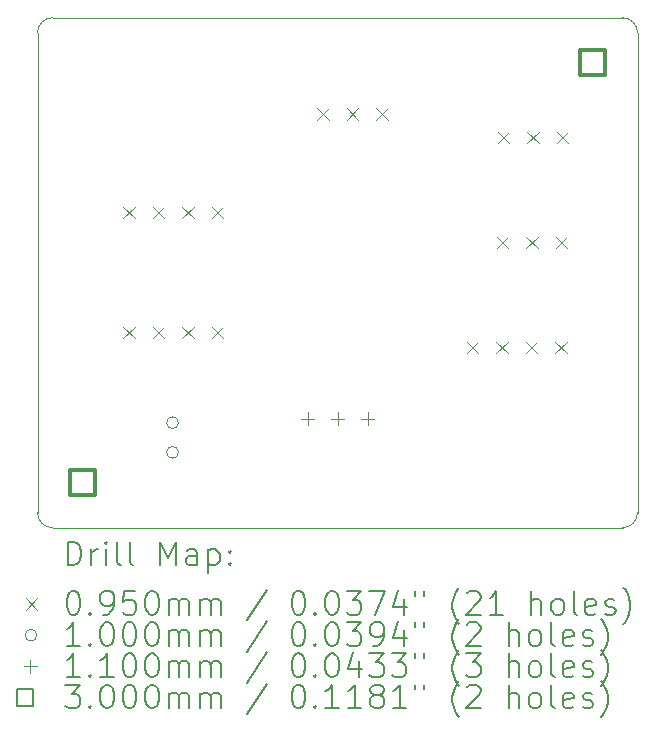
<source format=gbr>
%TF.GenerationSoftware,KiCad,Pcbnew,7.0.9*%
%TF.CreationDate,2024-02-20T12:17:12+01:00*%
%TF.ProjectId,Final_project,46696e61-6c5f-4707-926f-6a6563742e6b,1*%
%TF.SameCoordinates,Original*%
%TF.FileFunction,Drillmap*%
%TF.FilePolarity,Positive*%
%FSLAX45Y45*%
G04 Gerber Fmt 4.5, Leading zero omitted, Abs format (unit mm)*
G04 Created by KiCad (PCBNEW 7.0.9) date 2024-02-20 12:17:12*
%MOMM*%
%LPD*%
G01*
G04 APERTURE LIST*
%ADD10C,0.100000*%
%ADD11C,0.200000*%
%ADD12C,0.110000*%
%ADD13C,0.300000*%
G04 APERTURE END LIST*
D10*
X12954000Y-10160000D02*
G75*
G03*
X12827000Y-10033000I-127000J0D01*
G01*
X7874000Y-10160000D02*
X7874000Y-14224000D01*
X7874000Y-14224000D02*
G75*
G03*
X8001000Y-14351000I127000J0D01*
G01*
X8001000Y-14351000D02*
X12827000Y-14351000D01*
X12827000Y-10033000D02*
X8001000Y-10033000D01*
X12954000Y-14224000D02*
X12954000Y-10160000D01*
X12827000Y-14351000D02*
G75*
G03*
X12954000Y-14224000I0J127000D01*
G01*
X8001000Y-10033000D02*
G75*
G03*
X7874000Y-10160000I0J-127000D01*
G01*
D11*
D10*
X8600500Y-11636500D02*
X8695500Y-11731500D01*
X8695500Y-11636500D02*
X8600500Y-11731500D01*
X8600500Y-12652500D02*
X8695500Y-12747500D01*
X8695500Y-12652500D02*
X8600500Y-12747500D01*
X8850500Y-11636500D02*
X8945500Y-11731500D01*
X8945500Y-11636500D02*
X8850500Y-11731500D01*
X8850500Y-12652500D02*
X8945500Y-12747500D01*
X8945500Y-12652500D02*
X8850500Y-12747500D01*
X9100500Y-11636500D02*
X9195500Y-11731500D01*
X9195500Y-11636500D02*
X9100500Y-11731500D01*
X9100500Y-12652500D02*
X9195500Y-12747500D01*
X9195500Y-12652500D02*
X9100500Y-12747500D01*
X9350500Y-11636500D02*
X9445500Y-11731500D01*
X9445500Y-11636500D02*
X9350500Y-11731500D01*
X9350500Y-12652500D02*
X9445500Y-12747500D01*
X9445500Y-12652500D02*
X9350500Y-12747500D01*
X10243500Y-10800000D02*
X10338500Y-10895000D01*
X10338500Y-10800000D02*
X10243500Y-10895000D01*
X10493500Y-10800000D02*
X10588500Y-10895000D01*
X10588500Y-10800000D02*
X10493500Y-10895000D01*
X10743500Y-10800000D02*
X10838500Y-10895000D01*
X10838500Y-10800000D02*
X10743500Y-10895000D01*
X11509500Y-12779500D02*
X11604500Y-12874500D01*
X11604500Y-12779500D02*
X11509500Y-12874500D01*
X11759500Y-12779500D02*
X11854500Y-12874500D01*
X11854500Y-12779500D02*
X11759500Y-12874500D01*
X11763500Y-11890500D02*
X11858500Y-11985500D01*
X11858500Y-11890500D02*
X11763500Y-11985500D01*
X11771500Y-11001500D02*
X11866500Y-11096500D01*
X11866500Y-11001500D02*
X11771500Y-11096500D01*
X12009500Y-12779500D02*
X12104500Y-12874500D01*
X12104500Y-12779500D02*
X12009500Y-12874500D01*
X12013500Y-11890500D02*
X12108500Y-11985500D01*
X12108500Y-11890500D02*
X12013500Y-11985500D01*
X12021500Y-11001500D02*
X12116500Y-11096500D01*
X12116500Y-11001500D02*
X12021500Y-11096500D01*
X12259500Y-12779500D02*
X12354500Y-12874500D01*
X12354500Y-12779500D02*
X12259500Y-12874500D01*
X12263500Y-11890500D02*
X12358500Y-11985500D01*
X12358500Y-11890500D02*
X12263500Y-11985500D01*
X12271500Y-11001500D02*
X12366500Y-11096500D01*
X12366500Y-11001500D02*
X12271500Y-11096500D01*
X9067000Y-13462000D02*
G75*
G03*
X9067000Y-13462000I-50000J0D01*
G01*
X9067000Y-13712000D02*
G75*
G03*
X9067000Y-13712000I-50000J0D01*
G01*
D12*
X10160000Y-13374500D02*
X10160000Y-13484500D01*
X10105000Y-13429500D02*
X10215000Y-13429500D01*
X10414000Y-13374500D02*
X10414000Y-13484500D01*
X10359000Y-13429500D02*
X10469000Y-13429500D01*
X10668000Y-13374500D02*
X10668000Y-13484500D01*
X10613000Y-13429500D02*
X10723000Y-13429500D01*
D13*
X8361067Y-14076067D02*
X8361067Y-13863933D01*
X8148933Y-13863933D01*
X8148933Y-14076067D01*
X8361067Y-14076067D01*
X12679067Y-10520067D02*
X12679067Y-10307933D01*
X12466933Y-10307933D01*
X12466933Y-10520067D01*
X12679067Y-10520067D01*
D11*
X8129777Y-14667484D02*
X8129777Y-14467484D01*
X8129777Y-14467484D02*
X8177396Y-14467484D01*
X8177396Y-14467484D02*
X8205967Y-14477008D01*
X8205967Y-14477008D02*
X8225015Y-14496055D01*
X8225015Y-14496055D02*
X8234539Y-14515103D01*
X8234539Y-14515103D02*
X8244062Y-14553198D01*
X8244062Y-14553198D02*
X8244062Y-14581769D01*
X8244062Y-14581769D02*
X8234539Y-14619865D01*
X8234539Y-14619865D02*
X8225015Y-14638912D01*
X8225015Y-14638912D02*
X8205967Y-14657960D01*
X8205967Y-14657960D02*
X8177396Y-14667484D01*
X8177396Y-14667484D02*
X8129777Y-14667484D01*
X8329777Y-14667484D02*
X8329777Y-14534150D01*
X8329777Y-14572246D02*
X8339301Y-14553198D01*
X8339301Y-14553198D02*
X8348824Y-14543674D01*
X8348824Y-14543674D02*
X8367872Y-14534150D01*
X8367872Y-14534150D02*
X8386920Y-14534150D01*
X8453586Y-14667484D02*
X8453586Y-14534150D01*
X8453586Y-14467484D02*
X8444063Y-14477008D01*
X8444063Y-14477008D02*
X8453586Y-14486531D01*
X8453586Y-14486531D02*
X8463110Y-14477008D01*
X8463110Y-14477008D02*
X8453586Y-14467484D01*
X8453586Y-14467484D02*
X8453586Y-14486531D01*
X8577396Y-14667484D02*
X8558348Y-14657960D01*
X8558348Y-14657960D02*
X8548824Y-14638912D01*
X8548824Y-14638912D02*
X8548824Y-14467484D01*
X8682158Y-14667484D02*
X8663110Y-14657960D01*
X8663110Y-14657960D02*
X8653586Y-14638912D01*
X8653586Y-14638912D02*
X8653586Y-14467484D01*
X8910729Y-14667484D02*
X8910729Y-14467484D01*
X8910729Y-14467484D02*
X8977396Y-14610341D01*
X8977396Y-14610341D02*
X9044063Y-14467484D01*
X9044063Y-14467484D02*
X9044063Y-14667484D01*
X9225015Y-14667484D02*
X9225015Y-14562722D01*
X9225015Y-14562722D02*
X9215491Y-14543674D01*
X9215491Y-14543674D02*
X9196444Y-14534150D01*
X9196444Y-14534150D02*
X9158348Y-14534150D01*
X9158348Y-14534150D02*
X9139301Y-14543674D01*
X9225015Y-14657960D02*
X9205967Y-14667484D01*
X9205967Y-14667484D02*
X9158348Y-14667484D01*
X9158348Y-14667484D02*
X9139301Y-14657960D01*
X9139301Y-14657960D02*
X9129777Y-14638912D01*
X9129777Y-14638912D02*
X9129777Y-14619865D01*
X9129777Y-14619865D02*
X9139301Y-14600817D01*
X9139301Y-14600817D02*
X9158348Y-14591293D01*
X9158348Y-14591293D02*
X9205967Y-14591293D01*
X9205967Y-14591293D02*
X9225015Y-14581769D01*
X9320253Y-14534150D02*
X9320253Y-14734150D01*
X9320253Y-14543674D02*
X9339301Y-14534150D01*
X9339301Y-14534150D02*
X9377396Y-14534150D01*
X9377396Y-14534150D02*
X9396444Y-14543674D01*
X9396444Y-14543674D02*
X9405967Y-14553198D01*
X9405967Y-14553198D02*
X9415491Y-14572246D01*
X9415491Y-14572246D02*
X9415491Y-14629388D01*
X9415491Y-14629388D02*
X9405967Y-14648436D01*
X9405967Y-14648436D02*
X9396444Y-14657960D01*
X9396444Y-14657960D02*
X9377396Y-14667484D01*
X9377396Y-14667484D02*
X9339301Y-14667484D01*
X9339301Y-14667484D02*
X9320253Y-14657960D01*
X9501205Y-14648436D02*
X9510729Y-14657960D01*
X9510729Y-14657960D02*
X9501205Y-14667484D01*
X9501205Y-14667484D02*
X9491682Y-14657960D01*
X9491682Y-14657960D02*
X9501205Y-14648436D01*
X9501205Y-14648436D02*
X9501205Y-14667484D01*
X9501205Y-14543674D02*
X9510729Y-14553198D01*
X9510729Y-14553198D02*
X9501205Y-14562722D01*
X9501205Y-14562722D02*
X9491682Y-14553198D01*
X9491682Y-14553198D02*
X9501205Y-14543674D01*
X9501205Y-14543674D02*
X9501205Y-14562722D01*
D10*
X7774000Y-14948500D02*
X7869000Y-15043500D01*
X7869000Y-14948500D02*
X7774000Y-15043500D01*
D11*
X8167872Y-14887484D02*
X8186920Y-14887484D01*
X8186920Y-14887484D02*
X8205967Y-14897008D01*
X8205967Y-14897008D02*
X8215491Y-14906531D01*
X8215491Y-14906531D02*
X8225015Y-14925579D01*
X8225015Y-14925579D02*
X8234539Y-14963674D01*
X8234539Y-14963674D02*
X8234539Y-15011293D01*
X8234539Y-15011293D02*
X8225015Y-15049388D01*
X8225015Y-15049388D02*
X8215491Y-15068436D01*
X8215491Y-15068436D02*
X8205967Y-15077960D01*
X8205967Y-15077960D02*
X8186920Y-15087484D01*
X8186920Y-15087484D02*
X8167872Y-15087484D01*
X8167872Y-15087484D02*
X8148824Y-15077960D01*
X8148824Y-15077960D02*
X8139301Y-15068436D01*
X8139301Y-15068436D02*
X8129777Y-15049388D01*
X8129777Y-15049388D02*
X8120253Y-15011293D01*
X8120253Y-15011293D02*
X8120253Y-14963674D01*
X8120253Y-14963674D02*
X8129777Y-14925579D01*
X8129777Y-14925579D02*
X8139301Y-14906531D01*
X8139301Y-14906531D02*
X8148824Y-14897008D01*
X8148824Y-14897008D02*
X8167872Y-14887484D01*
X8320253Y-15068436D02*
X8329777Y-15077960D01*
X8329777Y-15077960D02*
X8320253Y-15087484D01*
X8320253Y-15087484D02*
X8310729Y-15077960D01*
X8310729Y-15077960D02*
X8320253Y-15068436D01*
X8320253Y-15068436D02*
X8320253Y-15087484D01*
X8425015Y-15087484D02*
X8463110Y-15087484D01*
X8463110Y-15087484D02*
X8482158Y-15077960D01*
X8482158Y-15077960D02*
X8491682Y-15068436D01*
X8491682Y-15068436D02*
X8510729Y-15039865D01*
X8510729Y-15039865D02*
X8520253Y-15001769D01*
X8520253Y-15001769D02*
X8520253Y-14925579D01*
X8520253Y-14925579D02*
X8510729Y-14906531D01*
X8510729Y-14906531D02*
X8501205Y-14897008D01*
X8501205Y-14897008D02*
X8482158Y-14887484D01*
X8482158Y-14887484D02*
X8444063Y-14887484D01*
X8444063Y-14887484D02*
X8425015Y-14897008D01*
X8425015Y-14897008D02*
X8415491Y-14906531D01*
X8415491Y-14906531D02*
X8405967Y-14925579D01*
X8405967Y-14925579D02*
X8405967Y-14973198D01*
X8405967Y-14973198D02*
X8415491Y-14992246D01*
X8415491Y-14992246D02*
X8425015Y-15001769D01*
X8425015Y-15001769D02*
X8444063Y-15011293D01*
X8444063Y-15011293D02*
X8482158Y-15011293D01*
X8482158Y-15011293D02*
X8501205Y-15001769D01*
X8501205Y-15001769D02*
X8510729Y-14992246D01*
X8510729Y-14992246D02*
X8520253Y-14973198D01*
X8701205Y-14887484D02*
X8605967Y-14887484D01*
X8605967Y-14887484D02*
X8596444Y-14982722D01*
X8596444Y-14982722D02*
X8605967Y-14973198D01*
X8605967Y-14973198D02*
X8625015Y-14963674D01*
X8625015Y-14963674D02*
X8672634Y-14963674D01*
X8672634Y-14963674D02*
X8691682Y-14973198D01*
X8691682Y-14973198D02*
X8701205Y-14982722D01*
X8701205Y-14982722D02*
X8710729Y-15001769D01*
X8710729Y-15001769D02*
X8710729Y-15049388D01*
X8710729Y-15049388D02*
X8701205Y-15068436D01*
X8701205Y-15068436D02*
X8691682Y-15077960D01*
X8691682Y-15077960D02*
X8672634Y-15087484D01*
X8672634Y-15087484D02*
X8625015Y-15087484D01*
X8625015Y-15087484D02*
X8605967Y-15077960D01*
X8605967Y-15077960D02*
X8596444Y-15068436D01*
X8834539Y-14887484D02*
X8853586Y-14887484D01*
X8853586Y-14887484D02*
X8872634Y-14897008D01*
X8872634Y-14897008D02*
X8882158Y-14906531D01*
X8882158Y-14906531D02*
X8891682Y-14925579D01*
X8891682Y-14925579D02*
X8901205Y-14963674D01*
X8901205Y-14963674D02*
X8901205Y-15011293D01*
X8901205Y-15011293D02*
X8891682Y-15049388D01*
X8891682Y-15049388D02*
X8882158Y-15068436D01*
X8882158Y-15068436D02*
X8872634Y-15077960D01*
X8872634Y-15077960D02*
X8853586Y-15087484D01*
X8853586Y-15087484D02*
X8834539Y-15087484D01*
X8834539Y-15087484D02*
X8815491Y-15077960D01*
X8815491Y-15077960D02*
X8805967Y-15068436D01*
X8805967Y-15068436D02*
X8796444Y-15049388D01*
X8796444Y-15049388D02*
X8786920Y-15011293D01*
X8786920Y-15011293D02*
X8786920Y-14963674D01*
X8786920Y-14963674D02*
X8796444Y-14925579D01*
X8796444Y-14925579D02*
X8805967Y-14906531D01*
X8805967Y-14906531D02*
X8815491Y-14897008D01*
X8815491Y-14897008D02*
X8834539Y-14887484D01*
X8986920Y-15087484D02*
X8986920Y-14954150D01*
X8986920Y-14973198D02*
X8996444Y-14963674D01*
X8996444Y-14963674D02*
X9015491Y-14954150D01*
X9015491Y-14954150D02*
X9044063Y-14954150D01*
X9044063Y-14954150D02*
X9063110Y-14963674D01*
X9063110Y-14963674D02*
X9072634Y-14982722D01*
X9072634Y-14982722D02*
X9072634Y-15087484D01*
X9072634Y-14982722D02*
X9082158Y-14963674D01*
X9082158Y-14963674D02*
X9101205Y-14954150D01*
X9101205Y-14954150D02*
X9129777Y-14954150D01*
X9129777Y-14954150D02*
X9148825Y-14963674D01*
X9148825Y-14963674D02*
X9158348Y-14982722D01*
X9158348Y-14982722D02*
X9158348Y-15087484D01*
X9253586Y-15087484D02*
X9253586Y-14954150D01*
X9253586Y-14973198D02*
X9263110Y-14963674D01*
X9263110Y-14963674D02*
X9282158Y-14954150D01*
X9282158Y-14954150D02*
X9310729Y-14954150D01*
X9310729Y-14954150D02*
X9329777Y-14963674D01*
X9329777Y-14963674D02*
X9339301Y-14982722D01*
X9339301Y-14982722D02*
X9339301Y-15087484D01*
X9339301Y-14982722D02*
X9348825Y-14963674D01*
X9348825Y-14963674D02*
X9367872Y-14954150D01*
X9367872Y-14954150D02*
X9396444Y-14954150D01*
X9396444Y-14954150D02*
X9415491Y-14963674D01*
X9415491Y-14963674D02*
X9425015Y-14982722D01*
X9425015Y-14982722D02*
X9425015Y-15087484D01*
X9815491Y-14877960D02*
X9644063Y-15135103D01*
X10072634Y-14887484D02*
X10091682Y-14887484D01*
X10091682Y-14887484D02*
X10110729Y-14897008D01*
X10110729Y-14897008D02*
X10120253Y-14906531D01*
X10120253Y-14906531D02*
X10129777Y-14925579D01*
X10129777Y-14925579D02*
X10139301Y-14963674D01*
X10139301Y-14963674D02*
X10139301Y-15011293D01*
X10139301Y-15011293D02*
X10129777Y-15049388D01*
X10129777Y-15049388D02*
X10120253Y-15068436D01*
X10120253Y-15068436D02*
X10110729Y-15077960D01*
X10110729Y-15077960D02*
X10091682Y-15087484D01*
X10091682Y-15087484D02*
X10072634Y-15087484D01*
X10072634Y-15087484D02*
X10053587Y-15077960D01*
X10053587Y-15077960D02*
X10044063Y-15068436D01*
X10044063Y-15068436D02*
X10034539Y-15049388D01*
X10034539Y-15049388D02*
X10025015Y-15011293D01*
X10025015Y-15011293D02*
X10025015Y-14963674D01*
X10025015Y-14963674D02*
X10034539Y-14925579D01*
X10034539Y-14925579D02*
X10044063Y-14906531D01*
X10044063Y-14906531D02*
X10053587Y-14897008D01*
X10053587Y-14897008D02*
X10072634Y-14887484D01*
X10225015Y-15068436D02*
X10234539Y-15077960D01*
X10234539Y-15077960D02*
X10225015Y-15087484D01*
X10225015Y-15087484D02*
X10215491Y-15077960D01*
X10215491Y-15077960D02*
X10225015Y-15068436D01*
X10225015Y-15068436D02*
X10225015Y-15087484D01*
X10358348Y-14887484D02*
X10377396Y-14887484D01*
X10377396Y-14887484D02*
X10396444Y-14897008D01*
X10396444Y-14897008D02*
X10405968Y-14906531D01*
X10405968Y-14906531D02*
X10415491Y-14925579D01*
X10415491Y-14925579D02*
X10425015Y-14963674D01*
X10425015Y-14963674D02*
X10425015Y-15011293D01*
X10425015Y-15011293D02*
X10415491Y-15049388D01*
X10415491Y-15049388D02*
X10405968Y-15068436D01*
X10405968Y-15068436D02*
X10396444Y-15077960D01*
X10396444Y-15077960D02*
X10377396Y-15087484D01*
X10377396Y-15087484D02*
X10358348Y-15087484D01*
X10358348Y-15087484D02*
X10339301Y-15077960D01*
X10339301Y-15077960D02*
X10329777Y-15068436D01*
X10329777Y-15068436D02*
X10320253Y-15049388D01*
X10320253Y-15049388D02*
X10310729Y-15011293D01*
X10310729Y-15011293D02*
X10310729Y-14963674D01*
X10310729Y-14963674D02*
X10320253Y-14925579D01*
X10320253Y-14925579D02*
X10329777Y-14906531D01*
X10329777Y-14906531D02*
X10339301Y-14897008D01*
X10339301Y-14897008D02*
X10358348Y-14887484D01*
X10491682Y-14887484D02*
X10615491Y-14887484D01*
X10615491Y-14887484D02*
X10548825Y-14963674D01*
X10548825Y-14963674D02*
X10577396Y-14963674D01*
X10577396Y-14963674D02*
X10596444Y-14973198D01*
X10596444Y-14973198D02*
X10605968Y-14982722D01*
X10605968Y-14982722D02*
X10615491Y-15001769D01*
X10615491Y-15001769D02*
X10615491Y-15049388D01*
X10615491Y-15049388D02*
X10605968Y-15068436D01*
X10605968Y-15068436D02*
X10596444Y-15077960D01*
X10596444Y-15077960D02*
X10577396Y-15087484D01*
X10577396Y-15087484D02*
X10520253Y-15087484D01*
X10520253Y-15087484D02*
X10501206Y-15077960D01*
X10501206Y-15077960D02*
X10491682Y-15068436D01*
X10682158Y-14887484D02*
X10815491Y-14887484D01*
X10815491Y-14887484D02*
X10729777Y-15087484D01*
X10977396Y-14954150D02*
X10977396Y-15087484D01*
X10929777Y-14877960D02*
X10882158Y-15020817D01*
X10882158Y-15020817D02*
X11005968Y-15020817D01*
X11072634Y-14887484D02*
X11072634Y-14925579D01*
X11148825Y-14887484D02*
X11148825Y-14925579D01*
X11444063Y-15163674D02*
X11434539Y-15154150D01*
X11434539Y-15154150D02*
X11415491Y-15125579D01*
X11415491Y-15125579D02*
X11405968Y-15106531D01*
X11405968Y-15106531D02*
X11396444Y-15077960D01*
X11396444Y-15077960D02*
X11386920Y-15030341D01*
X11386920Y-15030341D02*
X11386920Y-14992246D01*
X11386920Y-14992246D02*
X11396444Y-14944627D01*
X11396444Y-14944627D02*
X11405968Y-14916055D01*
X11405968Y-14916055D02*
X11415491Y-14897008D01*
X11415491Y-14897008D02*
X11434539Y-14868436D01*
X11434539Y-14868436D02*
X11444063Y-14858912D01*
X11510729Y-14906531D02*
X11520253Y-14897008D01*
X11520253Y-14897008D02*
X11539301Y-14887484D01*
X11539301Y-14887484D02*
X11586920Y-14887484D01*
X11586920Y-14887484D02*
X11605968Y-14897008D01*
X11605968Y-14897008D02*
X11615491Y-14906531D01*
X11615491Y-14906531D02*
X11625015Y-14925579D01*
X11625015Y-14925579D02*
X11625015Y-14944627D01*
X11625015Y-14944627D02*
X11615491Y-14973198D01*
X11615491Y-14973198D02*
X11501206Y-15087484D01*
X11501206Y-15087484D02*
X11625015Y-15087484D01*
X11815491Y-15087484D02*
X11701206Y-15087484D01*
X11758348Y-15087484D02*
X11758348Y-14887484D01*
X11758348Y-14887484D02*
X11739301Y-14916055D01*
X11739301Y-14916055D02*
X11720253Y-14935103D01*
X11720253Y-14935103D02*
X11701206Y-14944627D01*
X12053587Y-15087484D02*
X12053587Y-14887484D01*
X12139301Y-15087484D02*
X12139301Y-14982722D01*
X12139301Y-14982722D02*
X12129777Y-14963674D01*
X12129777Y-14963674D02*
X12110730Y-14954150D01*
X12110730Y-14954150D02*
X12082158Y-14954150D01*
X12082158Y-14954150D02*
X12063110Y-14963674D01*
X12063110Y-14963674D02*
X12053587Y-14973198D01*
X12263110Y-15087484D02*
X12244063Y-15077960D01*
X12244063Y-15077960D02*
X12234539Y-15068436D01*
X12234539Y-15068436D02*
X12225015Y-15049388D01*
X12225015Y-15049388D02*
X12225015Y-14992246D01*
X12225015Y-14992246D02*
X12234539Y-14973198D01*
X12234539Y-14973198D02*
X12244063Y-14963674D01*
X12244063Y-14963674D02*
X12263110Y-14954150D01*
X12263110Y-14954150D02*
X12291682Y-14954150D01*
X12291682Y-14954150D02*
X12310730Y-14963674D01*
X12310730Y-14963674D02*
X12320253Y-14973198D01*
X12320253Y-14973198D02*
X12329777Y-14992246D01*
X12329777Y-14992246D02*
X12329777Y-15049388D01*
X12329777Y-15049388D02*
X12320253Y-15068436D01*
X12320253Y-15068436D02*
X12310730Y-15077960D01*
X12310730Y-15077960D02*
X12291682Y-15087484D01*
X12291682Y-15087484D02*
X12263110Y-15087484D01*
X12444063Y-15087484D02*
X12425015Y-15077960D01*
X12425015Y-15077960D02*
X12415491Y-15058912D01*
X12415491Y-15058912D02*
X12415491Y-14887484D01*
X12596444Y-15077960D02*
X12577396Y-15087484D01*
X12577396Y-15087484D02*
X12539301Y-15087484D01*
X12539301Y-15087484D02*
X12520253Y-15077960D01*
X12520253Y-15077960D02*
X12510730Y-15058912D01*
X12510730Y-15058912D02*
X12510730Y-14982722D01*
X12510730Y-14982722D02*
X12520253Y-14963674D01*
X12520253Y-14963674D02*
X12539301Y-14954150D01*
X12539301Y-14954150D02*
X12577396Y-14954150D01*
X12577396Y-14954150D02*
X12596444Y-14963674D01*
X12596444Y-14963674D02*
X12605968Y-14982722D01*
X12605968Y-14982722D02*
X12605968Y-15001769D01*
X12605968Y-15001769D02*
X12510730Y-15020817D01*
X12682158Y-15077960D02*
X12701206Y-15087484D01*
X12701206Y-15087484D02*
X12739301Y-15087484D01*
X12739301Y-15087484D02*
X12758349Y-15077960D01*
X12758349Y-15077960D02*
X12767872Y-15058912D01*
X12767872Y-15058912D02*
X12767872Y-15049388D01*
X12767872Y-15049388D02*
X12758349Y-15030341D01*
X12758349Y-15030341D02*
X12739301Y-15020817D01*
X12739301Y-15020817D02*
X12710730Y-15020817D01*
X12710730Y-15020817D02*
X12691682Y-15011293D01*
X12691682Y-15011293D02*
X12682158Y-14992246D01*
X12682158Y-14992246D02*
X12682158Y-14982722D01*
X12682158Y-14982722D02*
X12691682Y-14963674D01*
X12691682Y-14963674D02*
X12710730Y-14954150D01*
X12710730Y-14954150D02*
X12739301Y-14954150D01*
X12739301Y-14954150D02*
X12758349Y-14963674D01*
X12834539Y-15163674D02*
X12844063Y-15154150D01*
X12844063Y-15154150D02*
X12863111Y-15125579D01*
X12863111Y-15125579D02*
X12872634Y-15106531D01*
X12872634Y-15106531D02*
X12882158Y-15077960D01*
X12882158Y-15077960D02*
X12891682Y-15030341D01*
X12891682Y-15030341D02*
X12891682Y-14992246D01*
X12891682Y-14992246D02*
X12882158Y-14944627D01*
X12882158Y-14944627D02*
X12872634Y-14916055D01*
X12872634Y-14916055D02*
X12863111Y-14897008D01*
X12863111Y-14897008D02*
X12844063Y-14868436D01*
X12844063Y-14868436D02*
X12834539Y-14858912D01*
D10*
X7869000Y-15260000D02*
G75*
G03*
X7869000Y-15260000I-50000J0D01*
G01*
D11*
X8234539Y-15351484D02*
X8120253Y-15351484D01*
X8177396Y-15351484D02*
X8177396Y-15151484D01*
X8177396Y-15151484D02*
X8158348Y-15180055D01*
X8158348Y-15180055D02*
X8139301Y-15199103D01*
X8139301Y-15199103D02*
X8120253Y-15208627D01*
X8320253Y-15332436D02*
X8329777Y-15341960D01*
X8329777Y-15341960D02*
X8320253Y-15351484D01*
X8320253Y-15351484D02*
X8310729Y-15341960D01*
X8310729Y-15341960D02*
X8320253Y-15332436D01*
X8320253Y-15332436D02*
X8320253Y-15351484D01*
X8453586Y-15151484D02*
X8472634Y-15151484D01*
X8472634Y-15151484D02*
X8491682Y-15161008D01*
X8491682Y-15161008D02*
X8501205Y-15170531D01*
X8501205Y-15170531D02*
X8510729Y-15189579D01*
X8510729Y-15189579D02*
X8520253Y-15227674D01*
X8520253Y-15227674D02*
X8520253Y-15275293D01*
X8520253Y-15275293D02*
X8510729Y-15313388D01*
X8510729Y-15313388D02*
X8501205Y-15332436D01*
X8501205Y-15332436D02*
X8491682Y-15341960D01*
X8491682Y-15341960D02*
X8472634Y-15351484D01*
X8472634Y-15351484D02*
X8453586Y-15351484D01*
X8453586Y-15351484D02*
X8434539Y-15341960D01*
X8434539Y-15341960D02*
X8425015Y-15332436D01*
X8425015Y-15332436D02*
X8415491Y-15313388D01*
X8415491Y-15313388D02*
X8405967Y-15275293D01*
X8405967Y-15275293D02*
X8405967Y-15227674D01*
X8405967Y-15227674D02*
X8415491Y-15189579D01*
X8415491Y-15189579D02*
X8425015Y-15170531D01*
X8425015Y-15170531D02*
X8434539Y-15161008D01*
X8434539Y-15161008D02*
X8453586Y-15151484D01*
X8644063Y-15151484D02*
X8663110Y-15151484D01*
X8663110Y-15151484D02*
X8682158Y-15161008D01*
X8682158Y-15161008D02*
X8691682Y-15170531D01*
X8691682Y-15170531D02*
X8701205Y-15189579D01*
X8701205Y-15189579D02*
X8710729Y-15227674D01*
X8710729Y-15227674D02*
X8710729Y-15275293D01*
X8710729Y-15275293D02*
X8701205Y-15313388D01*
X8701205Y-15313388D02*
X8691682Y-15332436D01*
X8691682Y-15332436D02*
X8682158Y-15341960D01*
X8682158Y-15341960D02*
X8663110Y-15351484D01*
X8663110Y-15351484D02*
X8644063Y-15351484D01*
X8644063Y-15351484D02*
X8625015Y-15341960D01*
X8625015Y-15341960D02*
X8615491Y-15332436D01*
X8615491Y-15332436D02*
X8605967Y-15313388D01*
X8605967Y-15313388D02*
X8596444Y-15275293D01*
X8596444Y-15275293D02*
X8596444Y-15227674D01*
X8596444Y-15227674D02*
X8605967Y-15189579D01*
X8605967Y-15189579D02*
X8615491Y-15170531D01*
X8615491Y-15170531D02*
X8625015Y-15161008D01*
X8625015Y-15161008D02*
X8644063Y-15151484D01*
X8834539Y-15151484D02*
X8853586Y-15151484D01*
X8853586Y-15151484D02*
X8872634Y-15161008D01*
X8872634Y-15161008D02*
X8882158Y-15170531D01*
X8882158Y-15170531D02*
X8891682Y-15189579D01*
X8891682Y-15189579D02*
X8901205Y-15227674D01*
X8901205Y-15227674D02*
X8901205Y-15275293D01*
X8901205Y-15275293D02*
X8891682Y-15313388D01*
X8891682Y-15313388D02*
X8882158Y-15332436D01*
X8882158Y-15332436D02*
X8872634Y-15341960D01*
X8872634Y-15341960D02*
X8853586Y-15351484D01*
X8853586Y-15351484D02*
X8834539Y-15351484D01*
X8834539Y-15351484D02*
X8815491Y-15341960D01*
X8815491Y-15341960D02*
X8805967Y-15332436D01*
X8805967Y-15332436D02*
X8796444Y-15313388D01*
X8796444Y-15313388D02*
X8786920Y-15275293D01*
X8786920Y-15275293D02*
X8786920Y-15227674D01*
X8786920Y-15227674D02*
X8796444Y-15189579D01*
X8796444Y-15189579D02*
X8805967Y-15170531D01*
X8805967Y-15170531D02*
X8815491Y-15161008D01*
X8815491Y-15161008D02*
X8834539Y-15151484D01*
X8986920Y-15351484D02*
X8986920Y-15218150D01*
X8986920Y-15237198D02*
X8996444Y-15227674D01*
X8996444Y-15227674D02*
X9015491Y-15218150D01*
X9015491Y-15218150D02*
X9044063Y-15218150D01*
X9044063Y-15218150D02*
X9063110Y-15227674D01*
X9063110Y-15227674D02*
X9072634Y-15246722D01*
X9072634Y-15246722D02*
X9072634Y-15351484D01*
X9072634Y-15246722D02*
X9082158Y-15227674D01*
X9082158Y-15227674D02*
X9101205Y-15218150D01*
X9101205Y-15218150D02*
X9129777Y-15218150D01*
X9129777Y-15218150D02*
X9148825Y-15227674D01*
X9148825Y-15227674D02*
X9158348Y-15246722D01*
X9158348Y-15246722D02*
X9158348Y-15351484D01*
X9253586Y-15351484D02*
X9253586Y-15218150D01*
X9253586Y-15237198D02*
X9263110Y-15227674D01*
X9263110Y-15227674D02*
X9282158Y-15218150D01*
X9282158Y-15218150D02*
X9310729Y-15218150D01*
X9310729Y-15218150D02*
X9329777Y-15227674D01*
X9329777Y-15227674D02*
X9339301Y-15246722D01*
X9339301Y-15246722D02*
X9339301Y-15351484D01*
X9339301Y-15246722D02*
X9348825Y-15227674D01*
X9348825Y-15227674D02*
X9367872Y-15218150D01*
X9367872Y-15218150D02*
X9396444Y-15218150D01*
X9396444Y-15218150D02*
X9415491Y-15227674D01*
X9415491Y-15227674D02*
X9425015Y-15246722D01*
X9425015Y-15246722D02*
X9425015Y-15351484D01*
X9815491Y-15141960D02*
X9644063Y-15399103D01*
X10072634Y-15151484D02*
X10091682Y-15151484D01*
X10091682Y-15151484D02*
X10110729Y-15161008D01*
X10110729Y-15161008D02*
X10120253Y-15170531D01*
X10120253Y-15170531D02*
X10129777Y-15189579D01*
X10129777Y-15189579D02*
X10139301Y-15227674D01*
X10139301Y-15227674D02*
X10139301Y-15275293D01*
X10139301Y-15275293D02*
X10129777Y-15313388D01*
X10129777Y-15313388D02*
X10120253Y-15332436D01*
X10120253Y-15332436D02*
X10110729Y-15341960D01*
X10110729Y-15341960D02*
X10091682Y-15351484D01*
X10091682Y-15351484D02*
X10072634Y-15351484D01*
X10072634Y-15351484D02*
X10053587Y-15341960D01*
X10053587Y-15341960D02*
X10044063Y-15332436D01*
X10044063Y-15332436D02*
X10034539Y-15313388D01*
X10034539Y-15313388D02*
X10025015Y-15275293D01*
X10025015Y-15275293D02*
X10025015Y-15227674D01*
X10025015Y-15227674D02*
X10034539Y-15189579D01*
X10034539Y-15189579D02*
X10044063Y-15170531D01*
X10044063Y-15170531D02*
X10053587Y-15161008D01*
X10053587Y-15161008D02*
X10072634Y-15151484D01*
X10225015Y-15332436D02*
X10234539Y-15341960D01*
X10234539Y-15341960D02*
X10225015Y-15351484D01*
X10225015Y-15351484D02*
X10215491Y-15341960D01*
X10215491Y-15341960D02*
X10225015Y-15332436D01*
X10225015Y-15332436D02*
X10225015Y-15351484D01*
X10358348Y-15151484D02*
X10377396Y-15151484D01*
X10377396Y-15151484D02*
X10396444Y-15161008D01*
X10396444Y-15161008D02*
X10405968Y-15170531D01*
X10405968Y-15170531D02*
X10415491Y-15189579D01*
X10415491Y-15189579D02*
X10425015Y-15227674D01*
X10425015Y-15227674D02*
X10425015Y-15275293D01*
X10425015Y-15275293D02*
X10415491Y-15313388D01*
X10415491Y-15313388D02*
X10405968Y-15332436D01*
X10405968Y-15332436D02*
X10396444Y-15341960D01*
X10396444Y-15341960D02*
X10377396Y-15351484D01*
X10377396Y-15351484D02*
X10358348Y-15351484D01*
X10358348Y-15351484D02*
X10339301Y-15341960D01*
X10339301Y-15341960D02*
X10329777Y-15332436D01*
X10329777Y-15332436D02*
X10320253Y-15313388D01*
X10320253Y-15313388D02*
X10310729Y-15275293D01*
X10310729Y-15275293D02*
X10310729Y-15227674D01*
X10310729Y-15227674D02*
X10320253Y-15189579D01*
X10320253Y-15189579D02*
X10329777Y-15170531D01*
X10329777Y-15170531D02*
X10339301Y-15161008D01*
X10339301Y-15161008D02*
X10358348Y-15151484D01*
X10491682Y-15151484D02*
X10615491Y-15151484D01*
X10615491Y-15151484D02*
X10548825Y-15227674D01*
X10548825Y-15227674D02*
X10577396Y-15227674D01*
X10577396Y-15227674D02*
X10596444Y-15237198D01*
X10596444Y-15237198D02*
X10605968Y-15246722D01*
X10605968Y-15246722D02*
X10615491Y-15265769D01*
X10615491Y-15265769D02*
X10615491Y-15313388D01*
X10615491Y-15313388D02*
X10605968Y-15332436D01*
X10605968Y-15332436D02*
X10596444Y-15341960D01*
X10596444Y-15341960D02*
X10577396Y-15351484D01*
X10577396Y-15351484D02*
X10520253Y-15351484D01*
X10520253Y-15351484D02*
X10501206Y-15341960D01*
X10501206Y-15341960D02*
X10491682Y-15332436D01*
X10710729Y-15351484D02*
X10748825Y-15351484D01*
X10748825Y-15351484D02*
X10767872Y-15341960D01*
X10767872Y-15341960D02*
X10777396Y-15332436D01*
X10777396Y-15332436D02*
X10796444Y-15303865D01*
X10796444Y-15303865D02*
X10805968Y-15265769D01*
X10805968Y-15265769D02*
X10805968Y-15189579D01*
X10805968Y-15189579D02*
X10796444Y-15170531D01*
X10796444Y-15170531D02*
X10786920Y-15161008D01*
X10786920Y-15161008D02*
X10767872Y-15151484D01*
X10767872Y-15151484D02*
X10729777Y-15151484D01*
X10729777Y-15151484D02*
X10710729Y-15161008D01*
X10710729Y-15161008D02*
X10701206Y-15170531D01*
X10701206Y-15170531D02*
X10691682Y-15189579D01*
X10691682Y-15189579D02*
X10691682Y-15237198D01*
X10691682Y-15237198D02*
X10701206Y-15256246D01*
X10701206Y-15256246D02*
X10710729Y-15265769D01*
X10710729Y-15265769D02*
X10729777Y-15275293D01*
X10729777Y-15275293D02*
X10767872Y-15275293D01*
X10767872Y-15275293D02*
X10786920Y-15265769D01*
X10786920Y-15265769D02*
X10796444Y-15256246D01*
X10796444Y-15256246D02*
X10805968Y-15237198D01*
X10977396Y-15218150D02*
X10977396Y-15351484D01*
X10929777Y-15141960D02*
X10882158Y-15284817D01*
X10882158Y-15284817D02*
X11005968Y-15284817D01*
X11072634Y-15151484D02*
X11072634Y-15189579D01*
X11148825Y-15151484D02*
X11148825Y-15189579D01*
X11444063Y-15427674D02*
X11434539Y-15418150D01*
X11434539Y-15418150D02*
X11415491Y-15389579D01*
X11415491Y-15389579D02*
X11405968Y-15370531D01*
X11405968Y-15370531D02*
X11396444Y-15341960D01*
X11396444Y-15341960D02*
X11386920Y-15294341D01*
X11386920Y-15294341D02*
X11386920Y-15256246D01*
X11386920Y-15256246D02*
X11396444Y-15208627D01*
X11396444Y-15208627D02*
X11405968Y-15180055D01*
X11405968Y-15180055D02*
X11415491Y-15161008D01*
X11415491Y-15161008D02*
X11434539Y-15132436D01*
X11434539Y-15132436D02*
X11444063Y-15122912D01*
X11510729Y-15170531D02*
X11520253Y-15161008D01*
X11520253Y-15161008D02*
X11539301Y-15151484D01*
X11539301Y-15151484D02*
X11586920Y-15151484D01*
X11586920Y-15151484D02*
X11605968Y-15161008D01*
X11605968Y-15161008D02*
X11615491Y-15170531D01*
X11615491Y-15170531D02*
X11625015Y-15189579D01*
X11625015Y-15189579D02*
X11625015Y-15208627D01*
X11625015Y-15208627D02*
X11615491Y-15237198D01*
X11615491Y-15237198D02*
X11501206Y-15351484D01*
X11501206Y-15351484D02*
X11625015Y-15351484D01*
X11863110Y-15351484D02*
X11863110Y-15151484D01*
X11948825Y-15351484D02*
X11948825Y-15246722D01*
X11948825Y-15246722D02*
X11939301Y-15227674D01*
X11939301Y-15227674D02*
X11920253Y-15218150D01*
X11920253Y-15218150D02*
X11891682Y-15218150D01*
X11891682Y-15218150D02*
X11872634Y-15227674D01*
X11872634Y-15227674D02*
X11863110Y-15237198D01*
X12072634Y-15351484D02*
X12053587Y-15341960D01*
X12053587Y-15341960D02*
X12044063Y-15332436D01*
X12044063Y-15332436D02*
X12034539Y-15313388D01*
X12034539Y-15313388D02*
X12034539Y-15256246D01*
X12034539Y-15256246D02*
X12044063Y-15237198D01*
X12044063Y-15237198D02*
X12053587Y-15227674D01*
X12053587Y-15227674D02*
X12072634Y-15218150D01*
X12072634Y-15218150D02*
X12101206Y-15218150D01*
X12101206Y-15218150D02*
X12120253Y-15227674D01*
X12120253Y-15227674D02*
X12129777Y-15237198D01*
X12129777Y-15237198D02*
X12139301Y-15256246D01*
X12139301Y-15256246D02*
X12139301Y-15313388D01*
X12139301Y-15313388D02*
X12129777Y-15332436D01*
X12129777Y-15332436D02*
X12120253Y-15341960D01*
X12120253Y-15341960D02*
X12101206Y-15351484D01*
X12101206Y-15351484D02*
X12072634Y-15351484D01*
X12253587Y-15351484D02*
X12234539Y-15341960D01*
X12234539Y-15341960D02*
X12225015Y-15322912D01*
X12225015Y-15322912D02*
X12225015Y-15151484D01*
X12405968Y-15341960D02*
X12386920Y-15351484D01*
X12386920Y-15351484D02*
X12348825Y-15351484D01*
X12348825Y-15351484D02*
X12329777Y-15341960D01*
X12329777Y-15341960D02*
X12320253Y-15322912D01*
X12320253Y-15322912D02*
X12320253Y-15246722D01*
X12320253Y-15246722D02*
X12329777Y-15227674D01*
X12329777Y-15227674D02*
X12348825Y-15218150D01*
X12348825Y-15218150D02*
X12386920Y-15218150D01*
X12386920Y-15218150D02*
X12405968Y-15227674D01*
X12405968Y-15227674D02*
X12415491Y-15246722D01*
X12415491Y-15246722D02*
X12415491Y-15265769D01*
X12415491Y-15265769D02*
X12320253Y-15284817D01*
X12491682Y-15341960D02*
X12510730Y-15351484D01*
X12510730Y-15351484D02*
X12548825Y-15351484D01*
X12548825Y-15351484D02*
X12567872Y-15341960D01*
X12567872Y-15341960D02*
X12577396Y-15322912D01*
X12577396Y-15322912D02*
X12577396Y-15313388D01*
X12577396Y-15313388D02*
X12567872Y-15294341D01*
X12567872Y-15294341D02*
X12548825Y-15284817D01*
X12548825Y-15284817D02*
X12520253Y-15284817D01*
X12520253Y-15284817D02*
X12501206Y-15275293D01*
X12501206Y-15275293D02*
X12491682Y-15256246D01*
X12491682Y-15256246D02*
X12491682Y-15246722D01*
X12491682Y-15246722D02*
X12501206Y-15227674D01*
X12501206Y-15227674D02*
X12520253Y-15218150D01*
X12520253Y-15218150D02*
X12548825Y-15218150D01*
X12548825Y-15218150D02*
X12567872Y-15227674D01*
X12644063Y-15427674D02*
X12653587Y-15418150D01*
X12653587Y-15418150D02*
X12672634Y-15389579D01*
X12672634Y-15389579D02*
X12682158Y-15370531D01*
X12682158Y-15370531D02*
X12691682Y-15341960D01*
X12691682Y-15341960D02*
X12701206Y-15294341D01*
X12701206Y-15294341D02*
X12701206Y-15256246D01*
X12701206Y-15256246D02*
X12691682Y-15208627D01*
X12691682Y-15208627D02*
X12682158Y-15180055D01*
X12682158Y-15180055D02*
X12672634Y-15161008D01*
X12672634Y-15161008D02*
X12653587Y-15132436D01*
X12653587Y-15132436D02*
X12644063Y-15122912D01*
D12*
X7814000Y-15469000D02*
X7814000Y-15579000D01*
X7759000Y-15524000D02*
X7869000Y-15524000D01*
D11*
X8234539Y-15615484D02*
X8120253Y-15615484D01*
X8177396Y-15615484D02*
X8177396Y-15415484D01*
X8177396Y-15415484D02*
X8158348Y-15444055D01*
X8158348Y-15444055D02*
X8139301Y-15463103D01*
X8139301Y-15463103D02*
X8120253Y-15472627D01*
X8320253Y-15596436D02*
X8329777Y-15605960D01*
X8329777Y-15605960D02*
X8320253Y-15615484D01*
X8320253Y-15615484D02*
X8310729Y-15605960D01*
X8310729Y-15605960D02*
X8320253Y-15596436D01*
X8320253Y-15596436D02*
X8320253Y-15615484D01*
X8520253Y-15615484D02*
X8405967Y-15615484D01*
X8463110Y-15615484D02*
X8463110Y-15415484D01*
X8463110Y-15415484D02*
X8444063Y-15444055D01*
X8444063Y-15444055D02*
X8425015Y-15463103D01*
X8425015Y-15463103D02*
X8405967Y-15472627D01*
X8644063Y-15415484D02*
X8663110Y-15415484D01*
X8663110Y-15415484D02*
X8682158Y-15425008D01*
X8682158Y-15425008D02*
X8691682Y-15434531D01*
X8691682Y-15434531D02*
X8701205Y-15453579D01*
X8701205Y-15453579D02*
X8710729Y-15491674D01*
X8710729Y-15491674D02*
X8710729Y-15539293D01*
X8710729Y-15539293D02*
X8701205Y-15577388D01*
X8701205Y-15577388D02*
X8691682Y-15596436D01*
X8691682Y-15596436D02*
X8682158Y-15605960D01*
X8682158Y-15605960D02*
X8663110Y-15615484D01*
X8663110Y-15615484D02*
X8644063Y-15615484D01*
X8644063Y-15615484D02*
X8625015Y-15605960D01*
X8625015Y-15605960D02*
X8615491Y-15596436D01*
X8615491Y-15596436D02*
X8605967Y-15577388D01*
X8605967Y-15577388D02*
X8596444Y-15539293D01*
X8596444Y-15539293D02*
X8596444Y-15491674D01*
X8596444Y-15491674D02*
X8605967Y-15453579D01*
X8605967Y-15453579D02*
X8615491Y-15434531D01*
X8615491Y-15434531D02*
X8625015Y-15425008D01*
X8625015Y-15425008D02*
X8644063Y-15415484D01*
X8834539Y-15415484D02*
X8853586Y-15415484D01*
X8853586Y-15415484D02*
X8872634Y-15425008D01*
X8872634Y-15425008D02*
X8882158Y-15434531D01*
X8882158Y-15434531D02*
X8891682Y-15453579D01*
X8891682Y-15453579D02*
X8901205Y-15491674D01*
X8901205Y-15491674D02*
X8901205Y-15539293D01*
X8901205Y-15539293D02*
X8891682Y-15577388D01*
X8891682Y-15577388D02*
X8882158Y-15596436D01*
X8882158Y-15596436D02*
X8872634Y-15605960D01*
X8872634Y-15605960D02*
X8853586Y-15615484D01*
X8853586Y-15615484D02*
X8834539Y-15615484D01*
X8834539Y-15615484D02*
X8815491Y-15605960D01*
X8815491Y-15605960D02*
X8805967Y-15596436D01*
X8805967Y-15596436D02*
X8796444Y-15577388D01*
X8796444Y-15577388D02*
X8786920Y-15539293D01*
X8786920Y-15539293D02*
X8786920Y-15491674D01*
X8786920Y-15491674D02*
X8796444Y-15453579D01*
X8796444Y-15453579D02*
X8805967Y-15434531D01*
X8805967Y-15434531D02*
X8815491Y-15425008D01*
X8815491Y-15425008D02*
X8834539Y-15415484D01*
X8986920Y-15615484D02*
X8986920Y-15482150D01*
X8986920Y-15501198D02*
X8996444Y-15491674D01*
X8996444Y-15491674D02*
X9015491Y-15482150D01*
X9015491Y-15482150D02*
X9044063Y-15482150D01*
X9044063Y-15482150D02*
X9063110Y-15491674D01*
X9063110Y-15491674D02*
X9072634Y-15510722D01*
X9072634Y-15510722D02*
X9072634Y-15615484D01*
X9072634Y-15510722D02*
X9082158Y-15491674D01*
X9082158Y-15491674D02*
X9101205Y-15482150D01*
X9101205Y-15482150D02*
X9129777Y-15482150D01*
X9129777Y-15482150D02*
X9148825Y-15491674D01*
X9148825Y-15491674D02*
X9158348Y-15510722D01*
X9158348Y-15510722D02*
X9158348Y-15615484D01*
X9253586Y-15615484D02*
X9253586Y-15482150D01*
X9253586Y-15501198D02*
X9263110Y-15491674D01*
X9263110Y-15491674D02*
X9282158Y-15482150D01*
X9282158Y-15482150D02*
X9310729Y-15482150D01*
X9310729Y-15482150D02*
X9329777Y-15491674D01*
X9329777Y-15491674D02*
X9339301Y-15510722D01*
X9339301Y-15510722D02*
X9339301Y-15615484D01*
X9339301Y-15510722D02*
X9348825Y-15491674D01*
X9348825Y-15491674D02*
X9367872Y-15482150D01*
X9367872Y-15482150D02*
X9396444Y-15482150D01*
X9396444Y-15482150D02*
X9415491Y-15491674D01*
X9415491Y-15491674D02*
X9425015Y-15510722D01*
X9425015Y-15510722D02*
X9425015Y-15615484D01*
X9815491Y-15405960D02*
X9644063Y-15663103D01*
X10072634Y-15415484D02*
X10091682Y-15415484D01*
X10091682Y-15415484D02*
X10110729Y-15425008D01*
X10110729Y-15425008D02*
X10120253Y-15434531D01*
X10120253Y-15434531D02*
X10129777Y-15453579D01*
X10129777Y-15453579D02*
X10139301Y-15491674D01*
X10139301Y-15491674D02*
X10139301Y-15539293D01*
X10139301Y-15539293D02*
X10129777Y-15577388D01*
X10129777Y-15577388D02*
X10120253Y-15596436D01*
X10120253Y-15596436D02*
X10110729Y-15605960D01*
X10110729Y-15605960D02*
X10091682Y-15615484D01*
X10091682Y-15615484D02*
X10072634Y-15615484D01*
X10072634Y-15615484D02*
X10053587Y-15605960D01*
X10053587Y-15605960D02*
X10044063Y-15596436D01*
X10044063Y-15596436D02*
X10034539Y-15577388D01*
X10034539Y-15577388D02*
X10025015Y-15539293D01*
X10025015Y-15539293D02*
X10025015Y-15491674D01*
X10025015Y-15491674D02*
X10034539Y-15453579D01*
X10034539Y-15453579D02*
X10044063Y-15434531D01*
X10044063Y-15434531D02*
X10053587Y-15425008D01*
X10053587Y-15425008D02*
X10072634Y-15415484D01*
X10225015Y-15596436D02*
X10234539Y-15605960D01*
X10234539Y-15605960D02*
X10225015Y-15615484D01*
X10225015Y-15615484D02*
X10215491Y-15605960D01*
X10215491Y-15605960D02*
X10225015Y-15596436D01*
X10225015Y-15596436D02*
X10225015Y-15615484D01*
X10358348Y-15415484D02*
X10377396Y-15415484D01*
X10377396Y-15415484D02*
X10396444Y-15425008D01*
X10396444Y-15425008D02*
X10405968Y-15434531D01*
X10405968Y-15434531D02*
X10415491Y-15453579D01*
X10415491Y-15453579D02*
X10425015Y-15491674D01*
X10425015Y-15491674D02*
X10425015Y-15539293D01*
X10425015Y-15539293D02*
X10415491Y-15577388D01*
X10415491Y-15577388D02*
X10405968Y-15596436D01*
X10405968Y-15596436D02*
X10396444Y-15605960D01*
X10396444Y-15605960D02*
X10377396Y-15615484D01*
X10377396Y-15615484D02*
X10358348Y-15615484D01*
X10358348Y-15615484D02*
X10339301Y-15605960D01*
X10339301Y-15605960D02*
X10329777Y-15596436D01*
X10329777Y-15596436D02*
X10320253Y-15577388D01*
X10320253Y-15577388D02*
X10310729Y-15539293D01*
X10310729Y-15539293D02*
X10310729Y-15491674D01*
X10310729Y-15491674D02*
X10320253Y-15453579D01*
X10320253Y-15453579D02*
X10329777Y-15434531D01*
X10329777Y-15434531D02*
X10339301Y-15425008D01*
X10339301Y-15425008D02*
X10358348Y-15415484D01*
X10596444Y-15482150D02*
X10596444Y-15615484D01*
X10548825Y-15405960D02*
X10501206Y-15548817D01*
X10501206Y-15548817D02*
X10625015Y-15548817D01*
X10682158Y-15415484D02*
X10805968Y-15415484D01*
X10805968Y-15415484D02*
X10739301Y-15491674D01*
X10739301Y-15491674D02*
X10767872Y-15491674D01*
X10767872Y-15491674D02*
X10786920Y-15501198D01*
X10786920Y-15501198D02*
X10796444Y-15510722D01*
X10796444Y-15510722D02*
X10805968Y-15529769D01*
X10805968Y-15529769D02*
X10805968Y-15577388D01*
X10805968Y-15577388D02*
X10796444Y-15596436D01*
X10796444Y-15596436D02*
X10786920Y-15605960D01*
X10786920Y-15605960D02*
X10767872Y-15615484D01*
X10767872Y-15615484D02*
X10710729Y-15615484D01*
X10710729Y-15615484D02*
X10691682Y-15605960D01*
X10691682Y-15605960D02*
X10682158Y-15596436D01*
X10872634Y-15415484D02*
X10996444Y-15415484D01*
X10996444Y-15415484D02*
X10929777Y-15491674D01*
X10929777Y-15491674D02*
X10958349Y-15491674D01*
X10958349Y-15491674D02*
X10977396Y-15501198D01*
X10977396Y-15501198D02*
X10986920Y-15510722D01*
X10986920Y-15510722D02*
X10996444Y-15529769D01*
X10996444Y-15529769D02*
X10996444Y-15577388D01*
X10996444Y-15577388D02*
X10986920Y-15596436D01*
X10986920Y-15596436D02*
X10977396Y-15605960D01*
X10977396Y-15605960D02*
X10958349Y-15615484D01*
X10958349Y-15615484D02*
X10901206Y-15615484D01*
X10901206Y-15615484D02*
X10882158Y-15605960D01*
X10882158Y-15605960D02*
X10872634Y-15596436D01*
X11072634Y-15415484D02*
X11072634Y-15453579D01*
X11148825Y-15415484D02*
X11148825Y-15453579D01*
X11444063Y-15691674D02*
X11434539Y-15682150D01*
X11434539Y-15682150D02*
X11415491Y-15653579D01*
X11415491Y-15653579D02*
X11405968Y-15634531D01*
X11405968Y-15634531D02*
X11396444Y-15605960D01*
X11396444Y-15605960D02*
X11386920Y-15558341D01*
X11386920Y-15558341D02*
X11386920Y-15520246D01*
X11386920Y-15520246D02*
X11396444Y-15472627D01*
X11396444Y-15472627D02*
X11405968Y-15444055D01*
X11405968Y-15444055D02*
X11415491Y-15425008D01*
X11415491Y-15425008D02*
X11434539Y-15396436D01*
X11434539Y-15396436D02*
X11444063Y-15386912D01*
X11501206Y-15415484D02*
X11625015Y-15415484D01*
X11625015Y-15415484D02*
X11558348Y-15491674D01*
X11558348Y-15491674D02*
X11586920Y-15491674D01*
X11586920Y-15491674D02*
X11605968Y-15501198D01*
X11605968Y-15501198D02*
X11615491Y-15510722D01*
X11615491Y-15510722D02*
X11625015Y-15529769D01*
X11625015Y-15529769D02*
X11625015Y-15577388D01*
X11625015Y-15577388D02*
X11615491Y-15596436D01*
X11615491Y-15596436D02*
X11605968Y-15605960D01*
X11605968Y-15605960D02*
X11586920Y-15615484D01*
X11586920Y-15615484D02*
X11529777Y-15615484D01*
X11529777Y-15615484D02*
X11510729Y-15605960D01*
X11510729Y-15605960D02*
X11501206Y-15596436D01*
X11863110Y-15615484D02*
X11863110Y-15415484D01*
X11948825Y-15615484D02*
X11948825Y-15510722D01*
X11948825Y-15510722D02*
X11939301Y-15491674D01*
X11939301Y-15491674D02*
X11920253Y-15482150D01*
X11920253Y-15482150D02*
X11891682Y-15482150D01*
X11891682Y-15482150D02*
X11872634Y-15491674D01*
X11872634Y-15491674D02*
X11863110Y-15501198D01*
X12072634Y-15615484D02*
X12053587Y-15605960D01*
X12053587Y-15605960D02*
X12044063Y-15596436D01*
X12044063Y-15596436D02*
X12034539Y-15577388D01*
X12034539Y-15577388D02*
X12034539Y-15520246D01*
X12034539Y-15520246D02*
X12044063Y-15501198D01*
X12044063Y-15501198D02*
X12053587Y-15491674D01*
X12053587Y-15491674D02*
X12072634Y-15482150D01*
X12072634Y-15482150D02*
X12101206Y-15482150D01*
X12101206Y-15482150D02*
X12120253Y-15491674D01*
X12120253Y-15491674D02*
X12129777Y-15501198D01*
X12129777Y-15501198D02*
X12139301Y-15520246D01*
X12139301Y-15520246D02*
X12139301Y-15577388D01*
X12139301Y-15577388D02*
X12129777Y-15596436D01*
X12129777Y-15596436D02*
X12120253Y-15605960D01*
X12120253Y-15605960D02*
X12101206Y-15615484D01*
X12101206Y-15615484D02*
X12072634Y-15615484D01*
X12253587Y-15615484D02*
X12234539Y-15605960D01*
X12234539Y-15605960D02*
X12225015Y-15586912D01*
X12225015Y-15586912D02*
X12225015Y-15415484D01*
X12405968Y-15605960D02*
X12386920Y-15615484D01*
X12386920Y-15615484D02*
X12348825Y-15615484D01*
X12348825Y-15615484D02*
X12329777Y-15605960D01*
X12329777Y-15605960D02*
X12320253Y-15586912D01*
X12320253Y-15586912D02*
X12320253Y-15510722D01*
X12320253Y-15510722D02*
X12329777Y-15491674D01*
X12329777Y-15491674D02*
X12348825Y-15482150D01*
X12348825Y-15482150D02*
X12386920Y-15482150D01*
X12386920Y-15482150D02*
X12405968Y-15491674D01*
X12405968Y-15491674D02*
X12415491Y-15510722D01*
X12415491Y-15510722D02*
X12415491Y-15529769D01*
X12415491Y-15529769D02*
X12320253Y-15548817D01*
X12491682Y-15605960D02*
X12510730Y-15615484D01*
X12510730Y-15615484D02*
X12548825Y-15615484D01*
X12548825Y-15615484D02*
X12567872Y-15605960D01*
X12567872Y-15605960D02*
X12577396Y-15586912D01*
X12577396Y-15586912D02*
X12577396Y-15577388D01*
X12577396Y-15577388D02*
X12567872Y-15558341D01*
X12567872Y-15558341D02*
X12548825Y-15548817D01*
X12548825Y-15548817D02*
X12520253Y-15548817D01*
X12520253Y-15548817D02*
X12501206Y-15539293D01*
X12501206Y-15539293D02*
X12491682Y-15520246D01*
X12491682Y-15520246D02*
X12491682Y-15510722D01*
X12491682Y-15510722D02*
X12501206Y-15491674D01*
X12501206Y-15491674D02*
X12520253Y-15482150D01*
X12520253Y-15482150D02*
X12548825Y-15482150D01*
X12548825Y-15482150D02*
X12567872Y-15491674D01*
X12644063Y-15691674D02*
X12653587Y-15682150D01*
X12653587Y-15682150D02*
X12672634Y-15653579D01*
X12672634Y-15653579D02*
X12682158Y-15634531D01*
X12682158Y-15634531D02*
X12691682Y-15605960D01*
X12691682Y-15605960D02*
X12701206Y-15558341D01*
X12701206Y-15558341D02*
X12701206Y-15520246D01*
X12701206Y-15520246D02*
X12691682Y-15472627D01*
X12691682Y-15472627D02*
X12682158Y-15444055D01*
X12682158Y-15444055D02*
X12672634Y-15425008D01*
X12672634Y-15425008D02*
X12653587Y-15396436D01*
X12653587Y-15396436D02*
X12644063Y-15386912D01*
X7839711Y-15858711D02*
X7839711Y-15717289D01*
X7698289Y-15717289D01*
X7698289Y-15858711D01*
X7839711Y-15858711D01*
X8110729Y-15679484D02*
X8234539Y-15679484D01*
X8234539Y-15679484D02*
X8167872Y-15755674D01*
X8167872Y-15755674D02*
X8196443Y-15755674D01*
X8196443Y-15755674D02*
X8215491Y-15765198D01*
X8215491Y-15765198D02*
X8225015Y-15774722D01*
X8225015Y-15774722D02*
X8234539Y-15793769D01*
X8234539Y-15793769D02*
X8234539Y-15841388D01*
X8234539Y-15841388D02*
X8225015Y-15860436D01*
X8225015Y-15860436D02*
X8215491Y-15869960D01*
X8215491Y-15869960D02*
X8196443Y-15879484D01*
X8196443Y-15879484D02*
X8139301Y-15879484D01*
X8139301Y-15879484D02*
X8120253Y-15869960D01*
X8120253Y-15869960D02*
X8110729Y-15860436D01*
X8320253Y-15860436D02*
X8329777Y-15869960D01*
X8329777Y-15869960D02*
X8320253Y-15879484D01*
X8320253Y-15879484D02*
X8310729Y-15869960D01*
X8310729Y-15869960D02*
X8320253Y-15860436D01*
X8320253Y-15860436D02*
X8320253Y-15879484D01*
X8453586Y-15679484D02*
X8472634Y-15679484D01*
X8472634Y-15679484D02*
X8491682Y-15689008D01*
X8491682Y-15689008D02*
X8501205Y-15698531D01*
X8501205Y-15698531D02*
X8510729Y-15717579D01*
X8510729Y-15717579D02*
X8520253Y-15755674D01*
X8520253Y-15755674D02*
X8520253Y-15803293D01*
X8520253Y-15803293D02*
X8510729Y-15841388D01*
X8510729Y-15841388D02*
X8501205Y-15860436D01*
X8501205Y-15860436D02*
X8491682Y-15869960D01*
X8491682Y-15869960D02*
X8472634Y-15879484D01*
X8472634Y-15879484D02*
X8453586Y-15879484D01*
X8453586Y-15879484D02*
X8434539Y-15869960D01*
X8434539Y-15869960D02*
X8425015Y-15860436D01*
X8425015Y-15860436D02*
X8415491Y-15841388D01*
X8415491Y-15841388D02*
X8405967Y-15803293D01*
X8405967Y-15803293D02*
X8405967Y-15755674D01*
X8405967Y-15755674D02*
X8415491Y-15717579D01*
X8415491Y-15717579D02*
X8425015Y-15698531D01*
X8425015Y-15698531D02*
X8434539Y-15689008D01*
X8434539Y-15689008D02*
X8453586Y-15679484D01*
X8644063Y-15679484D02*
X8663110Y-15679484D01*
X8663110Y-15679484D02*
X8682158Y-15689008D01*
X8682158Y-15689008D02*
X8691682Y-15698531D01*
X8691682Y-15698531D02*
X8701205Y-15717579D01*
X8701205Y-15717579D02*
X8710729Y-15755674D01*
X8710729Y-15755674D02*
X8710729Y-15803293D01*
X8710729Y-15803293D02*
X8701205Y-15841388D01*
X8701205Y-15841388D02*
X8691682Y-15860436D01*
X8691682Y-15860436D02*
X8682158Y-15869960D01*
X8682158Y-15869960D02*
X8663110Y-15879484D01*
X8663110Y-15879484D02*
X8644063Y-15879484D01*
X8644063Y-15879484D02*
X8625015Y-15869960D01*
X8625015Y-15869960D02*
X8615491Y-15860436D01*
X8615491Y-15860436D02*
X8605967Y-15841388D01*
X8605967Y-15841388D02*
X8596444Y-15803293D01*
X8596444Y-15803293D02*
X8596444Y-15755674D01*
X8596444Y-15755674D02*
X8605967Y-15717579D01*
X8605967Y-15717579D02*
X8615491Y-15698531D01*
X8615491Y-15698531D02*
X8625015Y-15689008D01*
X8625015Y-15689008D02*
X8644063Y-15679484D01*
X8834539Y-15679484D02*
X8853586Y-15679484D01*
X8853586Y-15679484D02*
X8872634Y-15689008D01*
X8872634Y-15689008D02*
X8882158Y-15698531D01*
X8882158Y-15698531D02*
X8891682Y-15717579D01*
X8891682Y-15717579D02*
X8901205Y-15755674D01*
X8901205Y-15755674D02*
X8901205Y-15803293D01*
X8901205Y-15803293D02*
X8891682Y-15841388D01*
X8891682Y-15841388D02*
X8882158Y-15860436D01*
X8882158Y-15860436D02*
X8872634Y-15869960D01*
X8872634Y-15869960D02*
X8853586Y-15879484D01*
X8853586Y-15879484D02*
X8834539Y-15879484D01*
X8834539Y-15879484D02*
X8815491Y-15869960D01*
X8815491Y-15869960D02*
X8805967Y-15860436D01*
X8805967Y-15860436D02*
X8796444Y-15841388D01*
X8796444Y-15841388D02*
X8786920Y-15803293D01*
X8786920Y-15803293D02*
X8786920Y-15755674D01*
X8786920Y-15755674D02*
X8796444Y-15717579D01*
X8796444Y-15717579D02*
X8805967Y-15698531D01*
X8805967Y-15698531D02*
X8815491Y-15689008D01*
X8815491Y-15689008D02*
X8834539Y-15679484D01*
X8986920Y-15879484D02*
X8986920Y-15746150D01*
X8986920Y-15765198D02*
X8996444Y-15755674D01*
X8996444Y-15755674D02*
X9015491Y-15746150D01*
X9015491Y-15746150D02*
X9044063Y-15746150D01*
X9044063Y-15746150D02*
X9063110Y-15755674D01*
X9063110Y-15755674D02*
X9072634Y-15774722D01*
X9072634Y-15774722D02*
X9072634Y-15879484D01*
X9072634Y-15774722D02*
X9082158Y-15755674D01*
X9082158Y-15755674D02*
X9101205Y-15746150D01*
X9101205Y-15746150D02*
X9129777Y-15746150D01*
X9129777Y-15746150D02*
X9148825Y-15755674D01*
X9148825Y-15755674D02*
X9158348Y-15774722D01*
X9158348Y-15774722D02*
X9158348Y-15879484D01*
X9253586Y-15879484D02*
X9253586Y-15746150D01*
X9253586Y-15765198D02*
X9263110Y-15755674D01*
X9263110Y-15755674D02*
X9282158Y-15746150D01*
X9282158Y-15746150D02*
X9310729Y-15746150D01*
X9310729Y-15746150D02*
X9329777Y-15755674D01*
X9329777Y-15755674D02*
X9339301Y-15774722D01*
X9339301Y-15774722D02*
X9339301Y-15879484D01*
X9339301Y-15774722D02*
X9348825Y-15755674D01*
X9348825Y-15755674D02*
X9367872Y-15746150D01*
X9367872Y-15746150D02*
X9396444Y-15746150D01*
X9396444Y-15746150D02*
X9415491Y-15755674D01*
X9415491Y-15755674D02*
X9425015Y-15774722D01*
X9425015Y-15774722D02*
X9425015Y-15879484D01*
X9815491Y-15669960D02*
X9644063Y-15927103D01*
X10072634Y-15679484D02*
X10091682Y-15679484D01*
X10091682Y-15679484D02*
X10110729Y-15689008D01*
X10110729Y-15689008D02*
X10120253Y-15698531D01*
X10120253Y-15698531D02*
X10129777Y-15717579D01*
X10129777Y-15717579D02*
X10139301Y-15755674D01*
X10139301Y-15755674D02*
X10139301Y-15803293D01*
X10139301Y-15803293D02*
X10129777Y-15841388D01*
X10129777Y-15841388D02*
X10120253Y-15860436D01*
X10120253Y-15860436D02*
X10110729Y-15869960D01*
X10110729Y-15869960D02*
X10091682Y-15879484D01*
X10091682Y-15879484D02*
X10072634Y-15879484D01*
X10072634Y-15879484D02*
X10053587Y-15869960D01*
X10053587Y-15869960D02*
X10044063Y-15860436D01*
X10044063Y-15860436D02*
X10034539Y-15841388D01*
X10034539Y-15841388D02*
X10025015Y-15803293D01*
X10025015Y-15803293D02*
X10025015Y-15755674D01*
X10025015Y-15755674D02*
X10034539Y-15717579D01*
X10034539Y-15717579D02*
X10044063Y-15698531D01*
X10044063Y-15698531D02*
X10053587Y-15689008D01*
X10053587Y-15689008D02*
X10072634Y-15679484D01*
X10225015Y-15860436D02*
X10234539Y-15869960D01*
X10234539Y-15869960D02*
X10225015Y-15879484D01*
X10225015Y-15879484D02*
X10215491Y-15869960D01*
X10215491Y-15869960D02*
X10225015Y-15860436D01*
X10225015Y-15860436D02*
X10225015Y-15879484D01*
X10425015Y-15879484D02*
X10310729Y-15879484D01*
X10367872Y-15879484D02*
X10367872Y-15679484D01*
X10367872Y-15679484D02*
X10348825Y-15708055D01*
X10348825Y-15708055D02*
X10329777Y-15727103D01*
X10329777Y-15727103D02*
X10310729Y-15736627D01*
X10615491Y-15879484D02*
X10501206Y-15879484D01*
X10558348Y-15879484D02*
X10558348Y-15679484D01*
X10558348Y-15679484D02*
X10539301Y-15708055D01*
X10539301Y-15708055D02*
X10520253Y-15727103D01*
X10520253Y-15727103D02*
X10501206Y-15736627D01*
X10729777Y-15765198D02*
X10710729Y-15755674D01*
X10710729Y-15755674D02*
X10701206Y-15746150D01*
X10701206Y-15746150D02*
X10691682Y-15727103D01*
X10691682Y-15727103D02*
X10691682Y-15717579D01*
X10691682Y-15717579D02*
X10701206Y-15698531D01*
X10701206Y-15698531D02*
X10710729Y-15689008D01*
X10710729Y-15689008D02*
X10729777Y-15679484D01*
X10729777Y-15679484D02*
X10767872Y-15679484D01*
X10767872Y-15679484D02*
X10786920Y-15689008D01*
X10786920Y-15689008D02*
X10796444Y-15698531D01*
X10796444Y-15698531D02*
X10805968Y-15717579D01*
X10805968Y-15717579D02*
X10805968Y-15727103D01*
X10805968Y-15727103D02*
X10796444Y-15746150D01*
X10796444Y-15746150D02*
X10786920Y-15755674D01*
X10786920Y-15755674D02*
X10767872Y-15765198D01*
X10767872Y-15765198D02*
X10729777Y-15765198D01*
X10729777Y-15765198D02*
X10710729Y-15774722D01*
X10710729Y-15774722D02*
X10701206Y-15784246D01*
X10701206Y-15784246D02*
X10691682Y-15803293D01*
X10691682Y-15803293D02*
X10691682Y-15841388D01*
X10691682Y-15841388D02*
X10701206Y-15860436D01*
X10701206Y-15860436D02*
X10710729Y-15869960D01*
X10710729Y-15869960D02*
X10729777Y-15879484D01*
X10729777Y-15879484D02*
X10767872Y-15879484D01*
X10767872Y-15879484D02*
X10786920Y-15869960D01*
X10786920Y-15869960D02*
X10796444Y-15860436D01*
X10796444Y-15860436D02*
X10805968Y-15841388D01*
X10805968Y-15841388D02*
X10805968Y-15803293D01*
X10805968Y-15803293D02*
X10796444Y-15784246D01*
X10796444Y-15784246D02*
X10786920Y-15774722D01*
X10786920Y-15774722D02*
X10767872Y-15765198D01*
X10996444Y-15879484D02*
X10882158Y-15879484D01*
X10939301Y-15879484D02*
X10939301Y-15679484D01*
X10939301Y-15679484D02*
X10920253Y-15708055D01*
X10920253Y-15708055D02*
X10901206Y-15727103D01*
X10901206Y-15727103D02*
X10882158Y-15736627D01*
X11072634Y-15679484D02*
X11072634Y-15717579D01*
X11148825Y-15679484D02*
X11148825Y-15717579D01*
X11444063Y-15955674D02*
X11434539Y-15946150D01*
X11434539Y-15946150D02*
X11415491Y-15917579D01*
X11415491Y-15917579D02*
X11405968Y-15898531D01*
X11405968Y-15898531D02*
X11396444Y-15869960D01*
X11396444Y-15869960D02*
X11386920Y-15822341D01*
X11386920Y-15822341D02*
X11386920Y-15784246D01*
X11386920Y-15784246D02*
X11396444Y-15736627D01*
X11396444Y-15736627D02*
X11405968Y-15708055D01*
X11405968Y-15708055D02*
X11415491Y-15689008D01*
X11415491Y-15689008D02*
X11434539Y-15660436D01*
X11434539Y-15660436D02*
X11444063Y-15650912D01*
X11510729Y-15698531D02*
X11520253Y-15689008D01*
X11520253Y-15689008D02*
X11539301Y-15679484D01*
X11539301Y-15679484D02*
X11586920Y-15679484D01*
X11586920Y-15679484D02*
X11605968Y-15689008D01*
X11605968Y-15689008D02*
X11615491Y-15698531D01*
X11615491Y-15698531D02*
X11625015Y-15717579D01*
X11625015Y-15717579D02*
X11625015Y-15736627D01*
X11625015Y-15736627D02*
X11615491Y-15765198D01*
X11615491Y-15765198D02*
X11501206Y-15879484D01*
X11501206Y-15879484D02*
X11625015Y-15879484D01*
X11863110Y-15879484D02*
X11863110Y-15679484D01*
X11948825Y-15879484D02*
X11948825Y-15774722D01*
X11948825Y-15774722D02*
X11939301Y-15755674D01*
X11939301Y-15755674D02*
X11920253Y-15746150D01*
X11920253Y-15746150D02*
X11891682Y-15746150D01*
X11891682Y-15746150D02*
X11872634Y-15755674D01*
X11872634Y-15755674D02*
X11863110Y-15765198D01*
X12072634Y-15879484D02*
X12053587Y-15869960D01*
X12053587Y-15869960D02*
X12044063Y-15860436D01*
X12044063Y-15860436D02*
X12034539Y-15841388D01*
X12034539Y-15841388D02*
X12034539Y-15784246D01*
X12034539Y-15784246D02*
X12044063Y-15765198D01*
X12044063Y-15765198D02*
X12053587Y-15755674D01*
X12053587Y-15755674D02*
X12072634Y-15746150D01*
X12072634Y-15746150D02*
X12101206Y-15746150D01*
X12101206Y-15746150D02*
X12120253Y-15755674D01*
X12120253Y-15755674D02*
X12129777Y-15765198D01*
X12129777Y-15765198D02*
X12139301Y-15784246D01*
X12139301Y-15784246D02*
X12139301Y-15841388D01*
X12139301Y-15841388D02*
X12129777Y-15860436D01*
X12129777Y-15860436D02*
X12120253Y-15869960D01*
X12120253Y-15869960D02*
X12101206Y-15879484D01*
X12101206Y-15879484D02*
X12072634Y-15879484D01*
X12253587Y-15879484D02*
X12234539Y-15869960D01*
X12234539Y-15869960D02*
X12225015Y-15850912D01*
X12225015Y-15850912D02*
X12225015Y-15679484D01*
X12405968Y-15869960D02*
X12386920Y-15879484D01*
X12386920Y-15879484D02*
X12348825Y-15879484D01*
X12348825Y-15879484D02*
X12329777Y-15869960D01*
X12329777Y-15869960D02*
X12320253Y-15850912D01*
X12320253Y-15850912D02*
X12320253Y-15774722D01*
X12320253Y-15774722D02*
X12329777Y-15755674D01*
X12329777Y-15755674D02*
X12348825Y-15746150D01*
X12348825Y-15746150D02*
X12386920Y-15746150D01*
X12386920Y-15746150D02*
X12405968Y-15755674D01*
X12405968Y-15755674D02*
X12415491Y-15774722D01*
X12415491Y-15774722D02*
X12415491Y-15793769D01*
X12415491Y-15793769D02*
X12320253Y-15812817D01*
X12491682Y-15869960D02*
X12510730Y-15879484D01*
X12510730Y-15879484D02*
X12548825Y-15879484D01*
X12548825Y-15879484D02*
X12567872Y-15869960D01*
X12567872Y-15869960D02*
X12577396Y-15850912D01*
X12577396Y-15850912D02*
X12577396Y-15841388D01*
X12577396Y-15841388D02*
X12567872Y-15822341D01*
X12567872Y-15822341D02*
X12548825Y-15812817D01*
X12548825Y-15812817D02*
X12520253Y-15812817D01*
X12520253Y-15812817D02*
X12501206Y-15803293D01*
X12501206Y-15803293D02*
X12491682Y-15784246D01*
X12491682Y-15784246D02*
X12491682Y-15774722D01*
X12491682Y-15774722D02*
X12501206Y-15755674D01*
X12501206Y-15755674D02*
X12520253Y-15746150D01*
X12520253Y-15746150D02*
X12548825Y-15746150D01*
X12548825Y-15746150D02*
X12567872Y-15755674D01*
X12644063Y-15955674D02*
X12653587Y-15946150D01*
X12653587Y-15946150D02*
X12672634Y-15917579D01*
X12672634Y-15917579D02*
X12682158Y-15898531D01*
X12682158Y-15898531D02*
X12691682Y-15869960D01*
X12691682Y-15869960D02*
X12701206Y-15822341D01*
X12701206Y-15822341D02*
X12701206Y-15784246D01*
X12701206Y-15784246D02*
X12691682Y-15736627D01*
X12691682Y-15736627D02*
X12682158Y-15708055D01*
X12682158Y-15708055D02*
X12672634Y-15689008D01*
X12672634Y-15689008D02*
X12653587Y-15660436D01*
X12653587Y-15660436D02*
X12644063Y-15650912D01*
M02*

</source>
